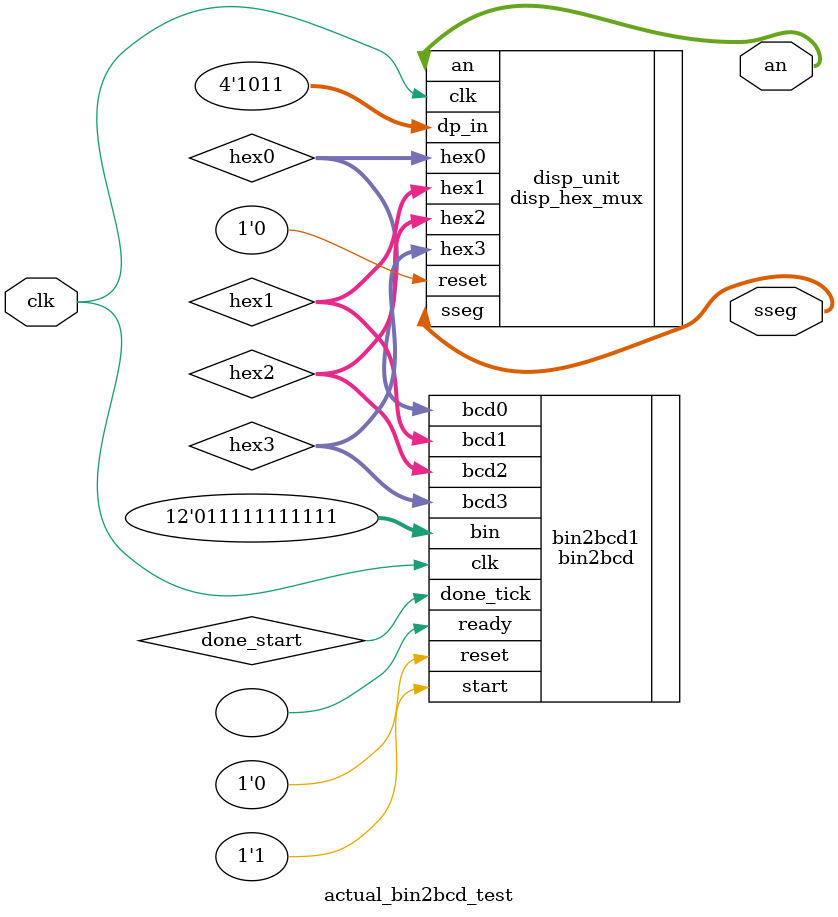
<source format=v>
`timescale 1ns / 1ps
module actual_bin2bcd_test(
			input wire clk,
			//input wire [3:0]bcd0, bcd1,
			output wire [6:0] sseg,
			output wire [3:0] an
    );



wire [3:0] hex0,hex1,hex2,hex3;
wire done_start,disp_done;

		
bin2bcd bin2bcd1
(
		.clk(clk), .reset(1'b0),
		.start(1'b1),
		.bin(12'b 11111111111),
		.bcd3(hex3), .bcd2(hex2), .bcd1(hex1), .bcd0(hex0),
		.ready(), .done_tick(done_start)
 );



disp_hex_mux disp_unit(	
		.clk(clk), .reset(1'b0), .hex3(hex3), .hex2(hex2), .hex1(hex1), .hex0(hex0),
		.dp_in(4'b1011), .an(an), .sseg(sseg) //.start(done_start)
);
		
		

endmodule

</source>
